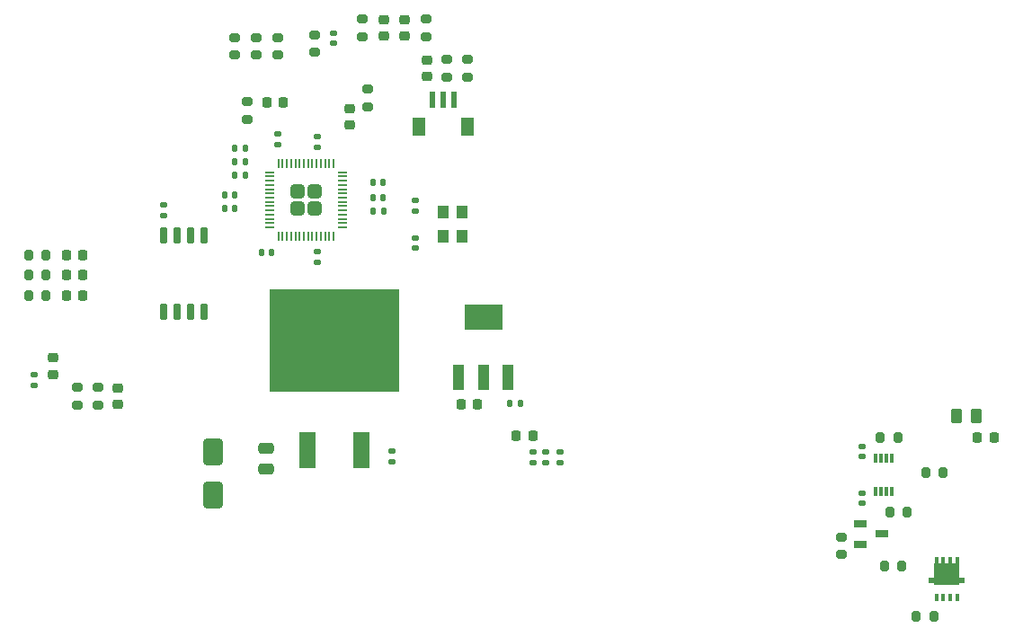
<source format=gbr>
%TF.GenerationSoftware,KiCad,Pcbnew,8.0.2*%
%TF.CreationDate,2024-12-22T17:19:01-06:00*%
%TF.ProjectId,LampBoardDesk,4c616d70-426f-4617-9264-4465736b2e6b,rev?*%
%TF.SameCoordinates,Original*%
%TF.FileFunction,Paste,Top*%
%TF.FilePolarity,Positive*%
%FSLAX46Y46*%
G04 Gerber Fmt 4.6, Leading zero omitted, Abs format (unit mm)*
G04 Created by KiCad (PCBNEW 8.0.2) date 2024-12-22 17:19:01*
%MOMM*%
%LPD*%
G01*
G04 APERTURE LIST*
G04 Aperture macros list*
%AMRoundRect*
0 Rectangle with rounded corners*
0 $1 Rounding radius*
0 $2 $3 $4 $5 $6 $7 $8 $9 X,Y pos of 4 corners*
0 Add a 4 corners polygon primitive as box body*
4,1,4,$2,$3,$4,$5,$6,$7,$8,$9,$2,$3,0*
0 Add four circle primitives for the rounded corners*
1,1,$1+$1,$2,$3*
1,1,$1+$1,$4,$5*
1,1,$1+$1,$6,$7*
1,1,$1+$1,$8,$9*
0 Add four rect primitives between the rounded corners*
20,1,$1+$1,$2,$3,$4,$5,0*
20,1,$1+$1,$4,$5,$6,$7,0*
20,1,$1+$1,$6,$7,$8,$9,0*
20,1,$1+$1,$8,$9,$2,$3,0*%
G04 Aperture macros list end*
%ADD10RoundRect,0.218750X-0.218750X-0.256250X0.218750X-0.256250X0.218750X0.256250X-0.218750X0.256250X0*%
%ADD11RoundRect,0.200000X-0.275000X0.200000X-0.275000X-0.200000X0.275000X-0.200000X0.275000X0.200000X0*%
%ADD12RoundRect,0.135000X-0.185000X0.135000X-0.185000X-0.135000X0.185000X-0.135000X0.185000X0.135000X0*%
%ADD13RoundRect,0.140000X-0.170000X0.140000X-0.170000X-0.140000X0.170000X-0.140000X0.170000X0.140000X0*%
%ADD14RoundRect,0.140000X0.170000X-0.140000X0.170000X0.140000X-0.170000X0.140000X-0.170000X-0.140000X0*%
%ADD15R,1.250000X0.700000*%
%ADD16RoundRect,0.200000X0.200000X0.275000X-0.200000X0.275000X-0.200000X-0.275000X0.200000X-0.275000X0*%
%ADD17R,1.600000X3.500000*%
%ADD18R,12.200000X9.750000*%
%ADD19RoundRect,0.200000X0.275000X-0.200000X0.275000X0.200000X-0.275000X0.200000X-0.275000X-0.200000X0*%
%ADD20R,0.980000X2.470000*%
%ADD21R,3.600000X2.470000*%
%ADD22RoundRect,0.140000X0.140000X0.170000X-0.140000X0.170000X-0.140000X-0.170000X0.140000X-0.170000X0*%
%ADD23RoundRect,0.225000X0.250000X-0.225000X0.250000X0.225000X-0.250000X0.225000X-0.250000X-0.225000X0*%
%ADD24RoundRect,0.218750X-0.256250X0.218750X-0.256250X-0.218750X0.256250X-0.218750X0.256250X0.218750X0*%
%ADD25RoundRect,0.140000X-0.140000X-0.170000X0.140000X-0.170000X0.140000X0.170000X-0.140000X0.170000X0*%
%ADD26R,0.420000X0.660000*%
%ADD27R,0.600000X0.570000*%
%ADD28R,2.400000X2.100000*%
%ADD29RoundRect,0.250000X-0.650000X1.000000X-0.650000X-1.000000X0.650000X-1.000000X0.650000X1.000000X0*%
%ADD30RoundRect,0.135000X0.135000X0.185000X-0.135000X0.185000X-0.135000X-0.185000X0.135000X-0.185000X0*%
%ADD31RoundRect,0.150000X0.150000X-0.650000X0.150000X0.650000X-0.150000X0.650000X-0.150000X-0.650000X0*%
%ADD32RoundRect,0.200000X-0.200000X-0.275000X0.200000X-0.275000X0.200000X0.275000X-0.200000X0.275000X0*%
%ADD33R,0.300000X0.850000*%
%ADD34RoundRect,0.250000X-0.475000X0.250000X-0.475000X-0.250000X0.475000X-0.250000X0.475000X0.250000X0*%
%ADD35RoundRect,0.225000X-0.225000X-0.250000X0.225000X-0.250000X0.225000X0.250000X-0.225000X0.250000X0*%
%ADD36R,1.050000X1.300000*%
%ADD37R,0.600000X1.550000*%
%ADD38R,1.200000X1.800000*%
%ADD39RoundRect,0.249999X0.395001X-0.395001X0.395001X0.395001X-0.395001X0.395001X-0.395001X-0.395001X0*%
%ADD40RoundRect,0.050000X0.050000X-0.387500X0.050000X0.387500X-0.050000X0.387500X-0.050000X-0.387500X0*%
%ADD41RoundRect,0.050000X0.387500X-0.050000X0.387500X0.050000X-0.387500X0.050000X-0.387500X-0.050000X0*%
%ADD42RoundRect,0.218750X0.218750X0.256250X-0.218750X0.256250X-0.218750X-0.256250X0.218750X-0.256250X0*%
%ADD43RoundRect,0.218750X0.256250X-0.218750X0.256250X0.218750X-0.256250X0.218750X-0.256250X-0.218750X0*%
%ADD44RoundRect,0.250000X0.262500X0.450000X-0.262500X0.450000X-0.262500X-0.450000X0.262500X-0.450000X0*%
G04 APERTURE END LIST*
D10*
%TO.C,D8*%
X109925000Y-71650000D03*
X111500000Y-71650000D03*
%TD*%
D11*
%TO.C,R6*%
X40000000Y-33925000D03*
X40000000Y-35575000D03*
%TD*%
D12*
%TO.C,R31*%
X70600000Y-72990000D03*
X70600000Y-74010000D03*
%TD*%
D13*
%TO.C,C2*%
X57000000Y-52782500D03*
X57000000Y-53742500D03*
%TD*%
D14*
%TO.C,C1*%
X33300000Y-50680000D03*
X33300000Y-49720000D03*
%TD*%
D15*
%TO.C,Q1*%
X98900000Y-79750000D03*
X98900000Y-81650000D03*
X100900000Y-80700000D03*
%TD*%
D16*
%TO.C,R12*%
X22225000Y-58200000D03*
X20575000Y-58200000D03*
%TD*%
D17*
%TO.C,IC1*%
X46860000Y-72775000D03*
X51940000Y-72775000D03*
D18*
X49400000Y-62500000D03*
%TD*%
D19*
%TO.C,R2*%
X27100000Y-68525000D03*
X27100000Y-66875000D03*
%TD*%
D16*
%TO.C,R14*%
X22225000Y-56300000D03*
X20575000Y-56300000D03*
%TD*%
D11*
%TO.C,R22*%
X52000000Y-32175000D03*
X52000000Y-33825000D03*
%TD*%
D20*
%TO.C,CR1*%
X61100000Y-65930000D03*
X63400000Y-65930000D03*
X65700000Y-65930000D03*
D21*
X63400000Y-60270000D03*
%TD*%
D11*
%TO.C,R5*%
X60000000Y-35975000D03*
X60000000Y-37625000D03*
%TD*%
D22*
%TO.C,C21*%
X39980000Y-48762500D03*
X39020000Y-48762500D03*
%TD*%
D19*
%TO.C,R21*%
X58000000Y-33825000D03*
X58000000Y-32175000D03*
%TD*%
%TO.C,R29*%
X25200000Y-68525000D03*
X25200000Y-66875000D03*
%TD*%
D11*
%TO.C,R8*%
X44000000Y-33925000D03*
X44000000Y-35575000D03*
%TD*%
D23*
%TO.C,C23*%
X56000000Y-33775000D03*
X56000000Y-32225000D03*
%TD*%
D24*
%TO.C,D1*%
X29000000Y-66912500D03*
X29000000Y-68487500D03*
%TD*%
D25*
%TO.C,C12*%
X53020000Y-47587500D03*
X53980000Y-47587500D03*
%TD*%
D24*
%TO.C,D4*%
X58100000Y-36012500D03*
X58100000Y-37587500D03*
%TD*%
D14*
%TO.C,C9*%
X49250000Y-34480000D03*
X49250000Y-33520000D03*
%TD*%
D26*
%TO.C,Q2*%
X106070000Y-86650000D03*
X106720000Y-86650000D03*
X107370000Y-86650000D03*
X108020000Y-86650000D03*
X108020000Y-83250000D03*
X107370000Y-83250000D03*
X106720000Y-83250000D03*
D27*
X105600000Y-85100000D03*
D26*
X106070000Y-83250000D03*
D28*
X107050000Y-84450000D03*
D27*
X108500000Y-85100000D03*
%TD*%
D22*
%TO.C,C15*%
X40980000Y-45637500D03*
X40020000Y-45637500D03*
%TD*%
%TO.C,C14*%
X40000000Y-50012500D03*
X39040000Y-50012500D03*
%TD*%
D29*
%TO.C,D11*%
X37950000Y-73000000D03*
X37950000Y-77000000D03*
%TD*%
D30*
%TO.C,R1*%
X54010000Y-50262500D03*
X52990000Y-50262500D03*
%TD*%
D16*
%TO.C,R17*%
X105825000Y-88500000D03*
X104175000Y-88500000D03*
%TD*%
D31*
%TO.C,U2*%
X33295000Y-59737500D03*
X34565000Y-59737500D03*
X35835000Y-59737500D03*
X37105000Y-59737500D03*
X37105000Y-52537500D03*
X35835000Y-52537500D03*
X34565000Y-52537500D03*
X33295000Y-52537500D03*
%TD*%
D10*
%TO.C,D6*%
X43012500Y-40000000D03*
X44587500Y-40000000D03*
%TD*%
D23*
%TO.C,C24*%
X54000000Y-33800000D03*
X54000000Y-32250000D03*
%TD*%
D10*
%TO.C,D5*%
X24112500Y-58200000D03*
X25687500Y-58200000D03*
%TD*%
D13*
%TO.C,C17*%
X47800000Y-54120000D03*
X47800000Y-55080000D03*
%TD*%
%TO.C,C6*%
X54800000Y-72920000D03*
X54800000Y-73880000D03*
%TD*%
D32*
%TO.C,R9*%
X100775000Y-71600000D03*
X102425000Y-71600000D03*
%TD*%
D13*
%TO.C,C3*%
X57000000Y-49282500D03*
X57000000Y-50242500D03*
%TD*%
D14*
%TO.C,C11*%
X99100000Y-73380000D03*
X99100000Y-72420000D03*
%TD*%
D33*
%TO.C,IC2*%
X100350000Y-76675000D03*
X100850000Y-76675000D03*
X101350000Y-76675000D03*
X101850000Y-76675000D03*
X101850000Y-73525000D03*
X101350000Y-73525000D03*
X100850000Y-73525000D03*
X100350000Y-73525000D03*
%TD*%
D11*
%TO.C,R13*%
X41200000Y-39975000D03*
X41200000Y-41625000D03*
%TD*%
D34*
%TO.C,C5*%
X42900000Y-72650000D03*
X42900000Y-74550000D03*
%TD*%
D22*
%TO.C,C13*%
X40980000Y-46887500D03*
X40020000Y-46887500D03*
%TD*%
D10*
%TO.C,D10*%
X24125000Y-54400000D03*
X25700000Y-54400000D03*
%TD*%
D22*
%TO.C,C7*%
X66880000Y-68400000D03*
X65920000Y-68400000D03*
%TD*%
D24*
%TO.C,D9*%
X50800000Y-40612500D03*
X50800000Y-42187500D03*
%TD*%
D16*
%TO.C,R18*%
X22225000Y-54400000D03*
X20575000Y-54400000D03*
%TD*%
D35*
%TO.C,C8*%
X61325000Y-68500000D03*
X62875000Y-68500000D03*
%TD*%
D12*
%TO.C,R4*%
X21100000Y-65690000D03*
X21100000Y-66710000D03*
%TD*%
D13*
%TO.C,C10*%
X99100000Y-76820000D03*
X99100000Y-77780000D03*
%TD*%
D22*
%TO.C,C16*%
X43480000Y-54187500D03*
X42520000Y-54187500D03*
%TD*%
D36*
%TO.C,Y1*%
X61375000Y-52637500D03*
X61375000Y-50337500D03*
X59625000Y-50337500D03*
X59625000Y-52637500D03*
%TD*%
D25*
%TO.C,C18*%
X53020000Y-49012500D03*
X53980000Y-49012500D03*
%TD*%
D19*
%TO.C,R16*%
X52500000Y-40425000D03*
X52500000Y-38775000D03*
%TD*%
D12*
%TO.C,R3*%
X68100000Y-72970000D03*
X68100000Y-73990000D03*
%TD*%
D37*
%TO.C,J1*%
X58600002Y-39800000D03*
X59600002Y-39800000D03*
X60600002Y-39800000D03*
D38*
X61900002Y-42320000D03*
X57300002Y-42320000D03*
%TD*%
D32*
%TO.C,R10*%
X101675000Y-78600000D03*
X103325000Y-78600000D03*
%TD*%
D39*
%TO.C,U1*%
X45900000Y-50000000D03*
X47500000Y-50000000D03*
X45900000Y-48400000D03*
X47500000Y-48400000D03*
D40*
X44100000Y-52637500D03*
X44500000Y-52637500D03*
X44900000Y-52637500D03*
X45300000Y-52637500D03*
X45700000Y-52637500D03*
X46100000Y-52637500D03*
X46500000Y-52637500D03*
X46900000Y-52637500D03*
X47300000Y-52637500D03*
X47700000Y-52637500D03*
X48100000Y-52637500D03*
X48500000Y-52637500D03*
X48900000Y-52637500D03*
X49300000Y-52637500D03*
D41*
X50137500Y-51800000D03*
X50137500Y-51400000D03*
X50137500Y-51000000D03*
X50137500Y-50600000D03*
X50137500Y-50200000D03*
X50137500Y-49800000D03*
X50137500Y-49400000D03*
X50137500Y-49000000D03*
X50137500Y-48600000D03*
X50137500Y-48200000D03*
X50137500Y-47800000D03*
X50137500Y-47400000D03*
X50137500Y-47000000D03*
X50137500Y-46600000D03*
D40*
X49300000Y-45762500D03*
X48900000Y-45762500D03*
X48500000Y-45762500D03*
X48100000Y-45762500D03*
X47700000Y-45762500D03*
X47300000Y-45762500D03*
X46900000Y-45762500D03*
X46500000Y-45762500D03*
X46100000Y-45762500D03*
X45700000Y-45762500D03*
X45300000Y-45762500D03*
X44900000Y-45762500D03*
X44500000Y-45762500D03*
X44100000Y-45762500D03*
D41*
X43262500Y-46600000D03*
X43262500Y-47000000D03*
X43262500Y-47400000D03*
X43262500Y-47800000D03*
X43262500Y-48200000D03*
X43262500Y-48600000D03*
X43262500Y-49000000D03*
X43262500Y-49400000D03*
X43262500Y-49800000D03*
X43262500Y-50200000D03*
X43262500Y-50600000D03*
X43262500Y-51000000D03*
X43262500Y-51400000D03*
X43262500Y-51800000D03*
%TD*%
D14*
%TO.C,C19*%
X47750000Y-44242500D03*
X47750000Y-43282500D03*
%TD*%
D16*
%TO.C,R11*%
X106725000Y-74900000D03*
X105075000Y-74900000D03*
%TD*%
D22*
%TO.C,C22*%
X40980000Y-44387500D03*
X40020000Y-44387500D03*
%TD*%
D42*
%TO.C,D2*%
X68087500Y-71400000D03*
X66512500Y-71400000D03*
%TD*%
D11*
%TO.C,R7*%
X42000000Y-33925000D03*
X42000000Y-35575000D03*
%TD*%
D43*
%TO.C,D3*%
X22900000Y-65687500D03*
X22900000Y-64112500D03*
%TD*%
D44*
%TO.C,R15*%
X109812500Y-69550000D03*
X107987500Y-69550000D03*
%TD*%
D32*
%TO.C,R19*%
X101175000Y-83700000D03*
X102825000Y-83700000D03*
%TD*%
D19*
%TO.C,R23*%
X47500000Y-35325000D03*
X47500000Y-33675000D03*
%TD*%
D12*
%TO.C,R30*%
X69300000Y-72970000D03*
X69300000Y-73990000D03*
%TD*%
D19*
%TO.C,R20*%
X97100000Y-82625000D03*
X97100000Y-80975000D03*
%TD*%
D14*
%TO.C,C20*%
X44000000Y-43992500D03*
X44000000Y-43032500D03*
%TD*%
D11*
%TO.C,R28*%
X61900000Y-35975000D03*
X61900000Y-37625000D03*
%TD*%
D10*
%TO.C,D7*%
X24112500Y-56300000D03*
X25687500Y-56300000D03*
%TD*%
M02*

</source>
